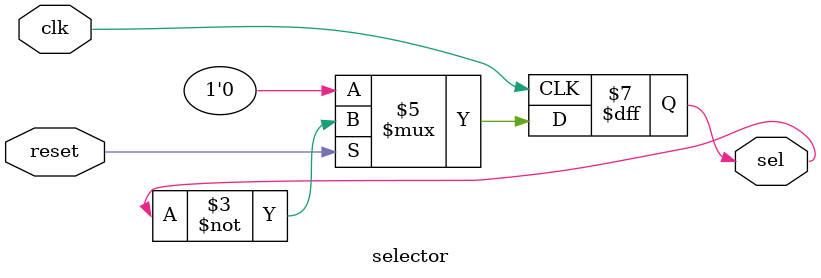
<source format=v>


module selector(
        input clk,
        input reset,
        output reg sel
    );



    // AUTOMATIC SELECTOR LOGIC
	always @(posedge clk) begin					// triggered at clk or by pressing the reset button

    if (~reset) begin
            sel <= 0;
		end else begin
			sel <= ~sel;				// make toggle at posedge clock
		end
	end  // posedge clock

endmodule
</source>
